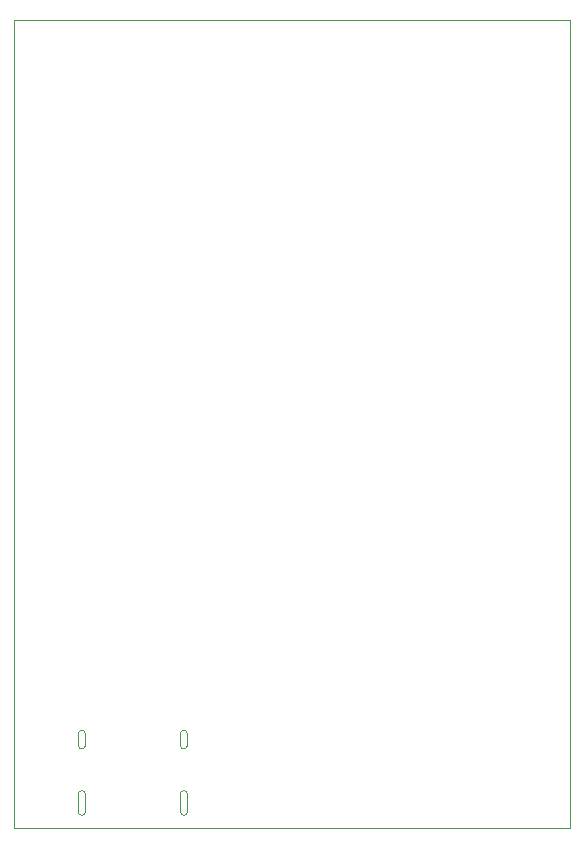
<source format=gm1>
G04*
G04 #@! TF.GenerationSoftware,Altium Limited,Altium Designer,18.0.7 (293)*
G04*
G04 Layer_Color=16711935*
%FSLAX25Y25*%
%MOIN*%
G70*
G01*
G75*
%ADD21C,0.00300*%
%ADD124C,0.00000*%
D21*
X8080Y299940D02*
X193140D01*
X8080Y30640D02*
Y299940D01*
X193140Y30640D02*
Y299940D01*
X8080Y30640D02*
X193140D01*
D124*
X30564Y63352D02*
G03*
X29383Y62171I0J-1181D01*
G01*
X31745D02*
G03*
X30564Y63352I-1181J0D01*
G01*
Y57053D02*
G03*
X31745Y58234I0J1181D01*
G01*
X29383D02*
G03*
X30564Y57053I1181J0D01*
G01*
X64580Y63352D02*
G03*
X63399Y62171I0J-1181D01*
G01*
X65761D02*
G03*
X64580Y63352I-1181J0D01*
G01*
Y57053D02*
G03*
X65761Y58234I0J1181D01*
G01*
X63399D02*
G03*
X64580Y57053I1181J0D01*
G01*
X30564Y43234D02*
G03*
X29383Y42053I0J-1181D01*
G01*
X31745D02*
G03*
X30564Y43234I-1181J0D01*
G01*
Y34966D02*
G03*
X31745Y36147I0J1181D01*
G01*
X29383D02*
G03*
X30564Y34966I1181J0D01*
G01*
X64580Y43234D02*
G03*
X63399Y42053I0J-1181D01*
G01*
X65761D02*
G03*
X64580Y43234I-1181J0D01*
G01*
Y34966D02*
G03*
X65761Y36147I0J1181D01*
G01*
X63399D02*
G03*
X64580Y34966I1181J0D01*
G01*
X31745Y58234D02*
Y62171D01*
X29383Y58234D02*
Y62171D01*
X65761Y58234D02*
Y62171D01*
X63399Y58234D02*
Y62171D01*
X31745Y36147D02*
Y42053D01*
X29383Y36147D02*
Y42053D01*
X65761Y36147D02*
Y42053D01*
X63399Y36147D02*
Y42053D01*
M02*

</source>
